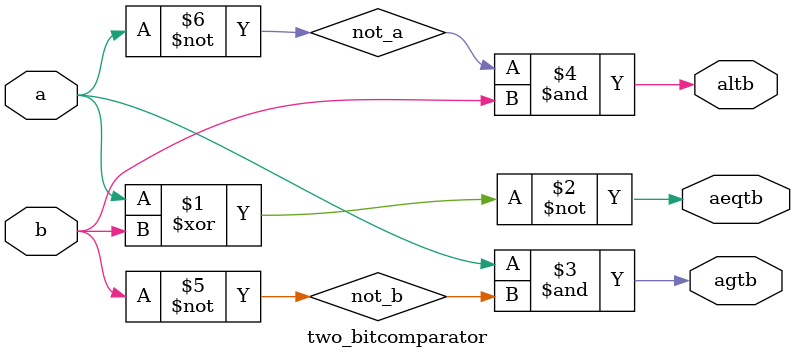
<source format=v>
`timescale 1ns / 1ps


module two_bitcomparator(input a,b, output aeqtb,agtb,altb);
xnor xnor_1(aeqtb,a,b);
not not_1(not_b,b);
not not_2(not_a,a);
and and_1(agtb,a,not_b);
and and_2(altb,not_a,b);
endmodule

</source>
